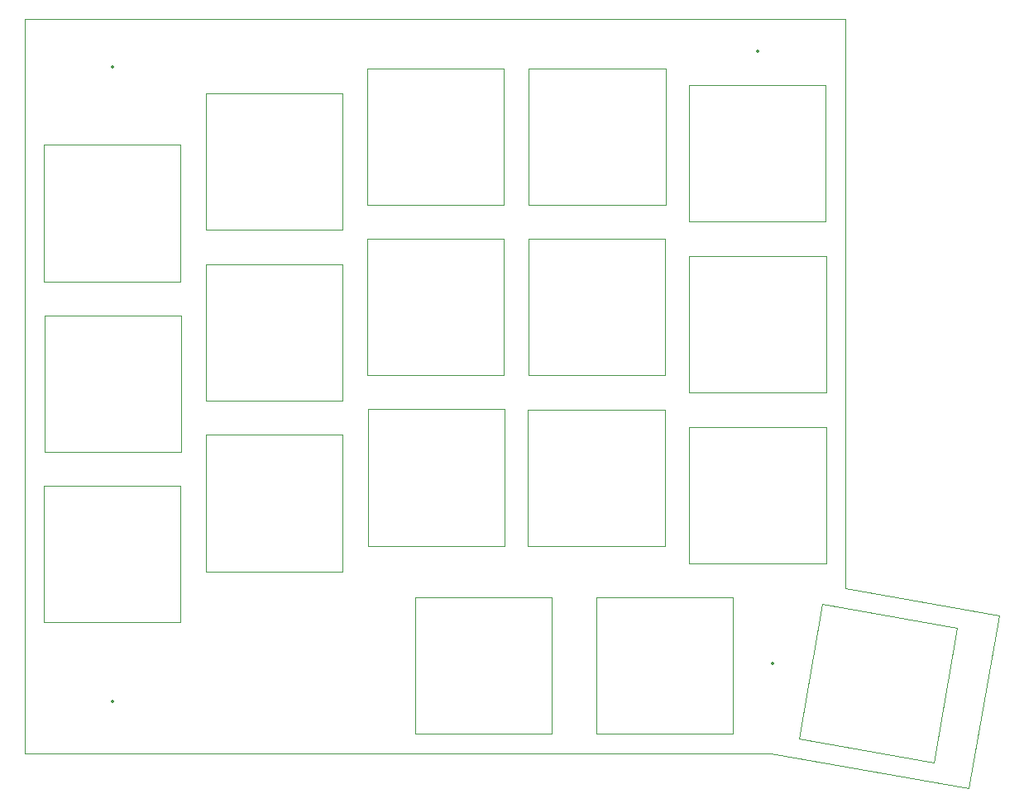
<source format=gbl>
%TF.GenerationSoftware,KiCad,Pcbnew,(6.0.9)*%
%TF.CreationDate,2023-01-03T16:43:59+09:00*%
%TF.ProjectId,split-mini__top,73706c69-742d-46d6-996e-695f5f746f70,rev?*%
%TF.SameCoordinates,Original*%
%TF.FileFunction,Copper,L2,Bot*%
%TF.FilePolarity,Positive*%
%FSLAX46Y46*%
G04 Gerber Fmt 4.6, Leading zero omitted, Abs format (unit mm)*
G04 Created by KiCad (PCBNEW (6.0.9)) date 2023-01-03 16:43:59*
%MOMM*%
%LPD*%
G01*
G04 APERTURE LIST*
%TA.AperFunction,Profile*%
%ADD10C,0.100000*%
%TD*%
%TA.AperFunction,Profile*%
%ADD11C,0.120000*%
%TD*%
%ADD12C,0.350000*%
G04 APERTURE END LIST*
D10*
X119667171Y-97563496D02*
X103950000Y-94792135D01*
X19950000Y-36475000D02*
X103950000Y-36475000D01*
X116541504Y-115290036D02*
X119667171Y-97563496D01*
X96323180Y-111725000D02*
X116541504Y-115290036D01*
X19950000Y-36475000D02*
X19950000Y-111725000D01*
X19950000Y-111725000D02*
X96323180Y-111725000D01*
X103950000Y-94792135D02*
X103950000Y-36475000D01*
D11*
%TO.C,SW6*%
X35950000Y-80850000D02*
X35950000Y-66850000D01*
X21950000Y-66850000D02*
X21950000Y-80850000D01*
X21950000Y-80850000D02*
X35950000Y-80850000D01*
X35950000Y-66850000D02*
X21950000Y-66850000D01*
%TO.C,SW11*%
X35900000Y-98275000D02*
X35900000Y-84275000D01*
X21900000Y-84275000D02*
X21900000Y-98275000D01*
X21900000Y-98275000D02*
X35900000Y-98275000D01*
X35900000Y-84275000D02*
X21900000Y-84275000D01*
%TO.C,SW9*%
X85500000Y-72950000D02*
X85500000Y-58950000D01*
X71500000Y-58950000D02*
X71500000Y-72950000D01*
X71500000Y-72950000D02*
X85500000Y-72950000D01*
X85500000Y-58950000D02*
X71500000Y-58950000D01*
%TO.C,SW3*%
X68965000Y-55530000D02*
X68965000Y-41530000D01*
X54965000Y-41530000D02*
X54965000Y-55530000D01*
X54965000Y-55530000D02*
X68965000Y-55530000D01*
X68965000Y-41530000D02*
X54965000Y-41530000D01*
%TO.C,SW5*%
X101900000Y-57225000D02*
X101900000Y-43225000D01*
X87900000Y-43225000D02*
X87900000Y-57225000D01*
X87900000Y-57225000D02*
X101900000Y-57225000D01*
X101900000Y-43225000D02*
X87900000Y-43225000D01*
%TO.C,SW15*%
X101950000Y-92250000D02*
X101950000Y-78250000D01*
X87950000Y-78250000D02*
X87950000Y-92250000D01*
X87950000Y-92250000D02*
X101950000Y-92250000D01*
X101950000Y-78250000D02*
X87950000Y-78250000D01*
%TO.C,SW7*%
X52475000Y-75600000D02*
X52475000Y-61600000D01*
X38475000Y-61600000D02*
X38475000Y-75600000D01*
X38475000Y-75600000D02*
X52475000Y-75600000D01*
X52475000Y-61600000D02*
X38475000Y-61600000D01*
%TO.C,SW16*%
X73900000Y-109700000D02*
X73900000Y-95700000D01*
X59900000Y-95700000D02*
X59900000Y-109700000D01*
X59900000Y-109700000D02*
X73900000Y-109700000D01*
X73900000Y-95700000D02*
X59900000Y-95700000D01*
%TO.C,SW18*%
X112953117Y-112634192D02*
X115384192Y-98846883D01*
X101596883Y-96415808D02*
X99165808Y-110203117D01*
X99165808Y-110203117D02*
X112953117Y-112634192D01*
X115384192Y-98846883D02*
X101596883Y-96415808D01*
%TO.C,SW8*%
X68975000Y-72975000D02*
X68975000Y-58975000D01*
X54975000Y-58975000D02*
X54975000Y-72975000D01*
X54975000Y-72975000D02*
X68975000Y-72975000D01*
X68975000Y-58975000D02*
X54975000Y-58975000D01*
%TO.C,SW17*%
X92425000Y-109725000D02*
X92425000Y-95725000D01*
X78425000Y-95725000D02*
X78425000Y-109725000D01*
X78425000Y-109725000D02*
X92425000Y-109725000D01*
X92425000Y-95725000D02*
X78425000Y-95725000D01*
%TO.C,SW10*%
X101950000Y-74725000D02*
X101950000Y-60725000D01*
X87950000Y-60725000D02*
X87950000Y-74725000D01*
X87950000Y-74725000D02*
X101950000Y-74725000D01*
X101950000Y-60725000D02*
X87950000Y-60725000D01*
%TO.C,SW2*%
X52495000Y-58075000D02*
X52495000Y-44075000D01*
X38495000Y-44075000D02*
X38495000Y-58075000D01*
X38495000Y-58075000D02*
X52495000Y-58075000D01*
X52495000Y-44075000D02*
X38495000Y-44075000D01*
%TO.C,SW13*%
X69050000Y-90450000D02*
X69050000Y-76450000D01*
X55050000Y-76450000D02*
X55050000Y-90450000D01*
X55050000Y-90450000D02*
X69050000Y-90450000D01*
X69050000Y-76450000D02*
X55050000Y-76450000D01*
%TO.C,SW12*%
X52475000Y-93075000D02*
X52475000Y-79075000D01*
X38475000Y-79075000D02*
X38475000Y-93075000D01*
X38475000Y-93075000D02*
X52475000Y-93075000D01*
X52475000Y-79075000D02*
X38475000Y-79075000D01*
%TO.C,SW14*%
X85450000Y-90475000D02*
X85450000Y-76475000D01*
X71450000Y-76475000D02*
X71450000Y-90475000D01*
X71450000Y-90475000D02*
X85450000Y-90475000D01*
X85450000Y-76475000D02*
X71450000Y-76475000D01*
%TO.C,SW1*%
X35900000Y-63350000D02*
X35900000Y-49350000D01*
X21900000Y-49350000D02*
X21900000Y-63350000D01*
X21900000Y-63350000D02*
X35900000Y-63350000D01*
X35900000Y-49350000D02*
X21900000Y-49350000D01*
%TO.C,SW4*%
X85525000Y-55520000D02*
X85525000Y-41520000D01*
X71525000Y-41520000D02*
X71525000Y-55520000D01*
X71525000Y-55520000D02*
X85525000Y-55520000D01*
X85525000Y-41520000D02*
X71525000Y-41520000D01*
%TD*%
D12*
X94950000Y-39775000D03*
X28925000Y-106375000D03*
X96450000Y-102475000D03*
X28950000Y-41375000D03*
M02*

</source>
